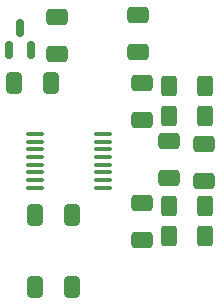
<source format=gbr>
%TF.GenerationSoftware,KiCad,Pcbnew,7.0.7*%
%TF.CreationDate,2024-03-19T13:44:43-07:00*%
%TF.ProjectId,ads7253_breakout,61647337-3235-4335-9f62-7265616b6f75,rev?*%
%TF.SameCoordinates,Original*%
%TF.FileFunction,Paste,Top*%
%TF.FilePolarity,Positive*%
%FSLAX46Y46*%
G04 Gerber Fmt 4.6, Leading zero omitted, Abs format (unit mm)*
G04 Created by KiCad (PCBNEW 7.0.7) date 2024-03-19 13:44:43*
%MOMM*%
%LPD*%
G01*
G04 APERTURE LIST*
G04 Aperture macros list*
%AMRoundRect*
0 Rectangle with rounded corners*
0 $1 Rounding radius*
0 $2 $3 $4 $5 $6 $7 $8 $9 X,Y pos of 4 corners*
0 Add a 4 corners polygon primitive as box body*
4,1,4,$2,$3,$4,$5,$6,$7,$8,$9,$2,$3,0*
0 Add four circle primitives for the rounded corners*
1,1,$1+$1,$2,$3*
1,1,$1+$1,$4,$5*
1,1,$1+$1,$6,$7*
1,1,$1+$1,$8,$9*
0 Add four rect primitives between the rounded corners*
20,1,$1+$1,$2,$3,$4,$5,0*
20,1,$1+$1,$4,$5,$6,$7,0*
20,1,$1+$1,$6,$7,$8,$9,0*
20,1,$1+$1,$8,$9,$2,$3,0*%
G04 Aperture macros list end*
%ADD10RoundRect,0.150000X0.150000X-0.587500X0.150000X0.587500X-0.150000X0.587500X-0.150000X-0.587500X0*%
%ADD11RoundRect,0.100000X0.637500X0.100000X-0.637500X0.100000X-0.637500X-0.100000X0.637500X-0.100000X0*%
%ADD12RoundRect,0.250000X-0.400000X-0.625000X0.400000X-0.625000X0.400000X0.625000X-0.400000X0.625000X0*%
%ADD13RoundRect,0.250000X-0.650000X0.412500X-0.650000X-0.412500X0.650000X-0.412500X0.650000X0.412500X0*%
%ADD14RoundRect,0.250000X0.650000X-0.412500X0.650000X0.412500X-0.650000X0.412500X-0.650000X-0.412500X0*%
%ADD15RoundRect,0.250000X0.412500X0.650000X-0.412500X0.650000X-0.412500X-0.650000X0.412500X-0.650000X0*%
%ADD16RoundRect,0.250000X-0.412500X-0.650000X0.412500X-0.650000X0.412500X0.650000X-0.412500X0.650000X0*%
G04 APERTURE END LIST*
D10*
%TO.C,U3*%
X86360000Y-75692000D03*
X88260000Y-75692000D03*
X87310000Y-73817000D03*
%TD*%
D11*
%TO.C,U1*%
X94302500Y-87350000D03*
X94302500Y-86700000D03*
X94302500Y-86050000D03*
X94302500Y-85400000D03*
X94302500Y-84750000D03*
X94302500Y-84100000D03*
X94302500Y-83450000D03*
X94302500Y-82800000D03*
X88577500Y-82800000D03*
X88577500Y-83450000D03*
X88577500Y-84100000D03*
X88577500Y-84750000D03*
X88577500Y-85400000D03*
X88577500Y-86050000D03*
X88577500Y-86700000D03*
X88577500Y-87350000D03*
%TD*%
D12*
%TO.C,R4*%
X99903750Y-81280000D03*
X103003750Y-81280000D03*
%TD*%
%TO.C,R3*%
X99903750Y-78740000D03*
X103003750Y-78740000D03*
%TD*%
%TO.C,R2*%
X99903750Y-88900000D03*
X103003750Y-88900000D03*
%TD*%
%TO.C,R1*%
X99903750Y-91440000D03*
X103003750Y-91440000D03*
%TD*%
D13*
%TO.C,C12*%
X90424000Y-72859500D03*
X90424000Y-75984500D03*
%TD*%
D14*
%TO.C,C9*%
X97282000Y-75858000D03*
X97282000Y-72733000D03*
%TD*%
D15*
%TO.C,C8*%
X89954500Y-78486000D03*
X86829500Y-78486000D03*
%TD*%
D16*
%TO.C,C6*%
X88607500Y-95758000D03*
X91732500Y-95758000D03*
%TD*%
%TO.C,C5*%
X88607500Y-89614000D03*
X91732500Y-89614000D03*
%TD*%
D13*
%TO.C,C4*%
X97643750Y-78447500D03*
X97643750Y-81572500D03*
%TD*%
D14*
%TO.C,C3*%
X97643750Y-88607500D03*
X97643750Y-91732500D03*
%TD*%
D13*
%TO.C,C2*%
X102870000Y-83654500D03*
X102870000Y-86779500D03*
%TD*%
D14*
%TO.C,C1*%
X99949000Y-86525500D03*
X99949000Y-83400500D03*
%TD*%
M02*

</source>
